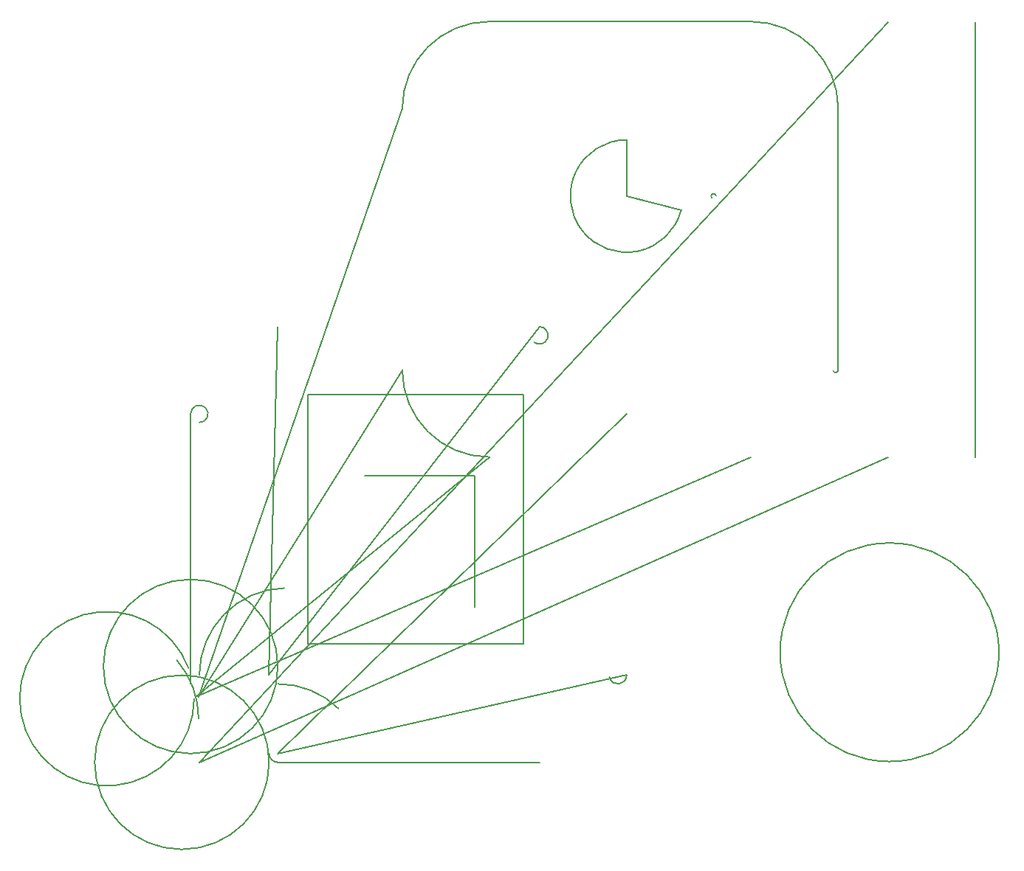
<source format=gtl>
From 244fcaa5346f4fad819cc2b72857cfb2c472944a Mon Sep 17 00:00:00 2001
From: Hiroshi Murayama <opiopan@gmail.com>
Date: Sat, 28 Dec 2019 23:45:33 +0900
Subject: add a function that generate filled gerberdata with representing
 internal shape by fliping polarity

---
 tests/expects/dxf_save_line.gtl | 84 +++++++++++++++++++++++++++++++++--------
 1 file changed, 68 insertions(+), 16 deletions(-)

(limited to 'tests/expects/dxf_save_line.gtl')

diff --git a/tests/expects/dxf_save_line.gtl b/tests/expects/dxf_save_line.gtl
index d1966ad..b3ee8f1 100644
--- a/tests/expects/dxf_save_line.gtl
+++ b/tests/expects/dxf_save_line.gtl
@@ -1,41 +1,93 @@
 %MOMM*%
 %FSLAX34Y34*%
 %IPPOS*%
-%ADD10C,0*%
+%ADD10C,0.2*%
 G75*
 %LPD*%
 D10*
 G01*
-X90000Y0D02*
+X800000Y850000D02*
 G75*
 G01*
-X10000Y0D01*
+X800000Y350000D01*
+G01*
+X900000Y850000D02*
+G75*
+G01*
+X900000Y350000D01*
+G01*
+X200000Y329390D02*
+G75*
+G01*
+X325827Y329390D01*
+G01*
+X325827Y178443D01*
+G01*
+X400000Y0D02*
+G75*
+G01*
+X100000Y0D01*
 G02*
-X0Y10000I0J10000D01*
+X0Y100000I0J100000D01*
 G01*
-X0Y90000D01*
+X0Y400000D01*
 G02*
-X10000Y100000I10000J0D01*
+X100000Y500000I100000J0D01*
 G01*
-X90000Y100000D01*
+X400000Y500000D01*
 G02*
-X100000Y90000I0J-10000D01*
+X500000Y400000I0J-100000D01*
 G01*
-X100000Y10000D01*
+X500000Y100000D01*
 G02*
-X90000Y0I-10000J0D01*
+X400000Y0I-100000J0D01*
 G01*
-X9171Y75107D02*
+X742704Y750394D02*
 G75*
+G01*
+X742704Y450394D01*
 G02*
-X3996Y73041I-3000J0D01*
+X642704Y350394I-100000J0D01*
 G01*
-X6171Y75107D01*
+X342704Y350394D01*
+G02*
+X242704Y450394I0J100000D01*
 G01*
-X9171Y75107D01*
+X242704Y750394D01*
+G02*
+X342704Y850394I100000J0D01*
+G01*
+X642704Y850394D01*
+G02*
+X742704Y750394I0J-100000D01*
 G01*
-X9171Y50000D02*
+X382038Y422062D02*
+G75*
+G01*
+X134512Y422062D01*
+G01*
+X134512Y135960D01*
+G01*
+X382038Y135960D01*
+G01*
+X382038Y422062D01*
+G01*
+X927009Y126316D02*
+G75*
+G03*
+X927009Y126316I-125463J0D01*
+G01*
+X602773Y650000D02*
 G75*
 G03*
-X9171Y50000I-3000J0D01*
+X602773Y650000I-102773J0D01*
+G01*
+X500000Y650000D02*
+G75*
+G01*
+X500000Y714592D01*
+G03*
+X562602Y634088I0J-64592D01*
+G01*
+X500000Y650000D01*
 M02*
-- 
cgit 


</source>
